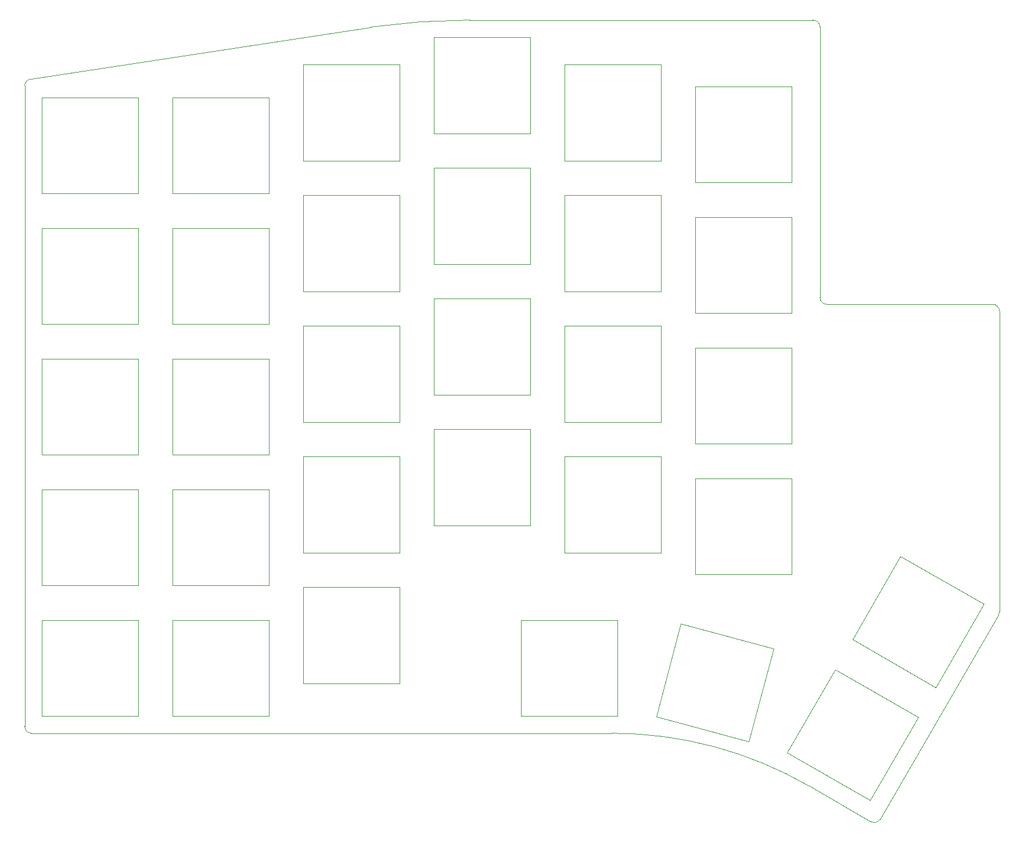
<source format=gbr>
G04 #@! TF.GenerationSoftware,KiCad,Pcbnew,(5.1.6)-1*
G04 #@! TF.CreationDate,2020-10-24T16:38:59+08:00*
G04 #@! TF.ProjectId,Cantaloupe_Plate,43616e74-616c-46f7-9570-655f506c6174,rev?*
G04 #@! TF.SameCoordinates,Original*
G04 #@! TF.FileFunction,Profile,NP*
%FSLAX46Y46*%
G04 Gerber Fmt 4.6, Leading zero omitted, Abs format (unit mm)*
G04 Created by KiCad (PCBNEW (5.1.6)-1) date 2020-10-24 16:38:59*
%MOMM*%
%LPD*%
G01*
G04 APERTURE LIST*
G04 #@! TA.AperFunction,Profile*
%ADD10C,0.100000*%
G04 #@! TD*
G04 #@! TA.AperFunction,Profile*
%ADD11C,0.010000*%
G04 #@! TD*
G04 APERTURE END LIST*
D10*
X280832499Y-136525048D02*
X196262499Y-136525048D01*
X309558772Y-144201473D02*
G75*
G03*
X280832499Y-136525048I-28676273J-49723575D01*
G01*
X245712142Y-33556686D02*
G75*
G02*
X260188449Y-32543749I14476307J-102937063D01*
G01*
X318589299Y-149409775D02*
X309558772Y-144201473D01*
X260188449Y-32543749D02*
X310182500Y-32543799D01*
X196111473Y-41145343D02*
X245712142Y-33556686D01*
X312182499Y-73987548D02*
G75*
G02*
X311182500Y-72987549I0J999999D01*
G01*
X319955325Y-149043749D02*
G75*
G02*
X318589300Y-149409776I-866026J499999D01*
G01*
X337208042Y-119295073D02*
X319955325Y-149043749D01*
X337343501Y-74987548D02*
X337343500Y-118792514D01*
X336343500Y-73987549D02*
G75*
G02*
X337343501Y-74987548I1J-1000000D01*
G01*
X310182500Y-32543799D02*
G75*
G02*
X311182547Y-33543894I-2J-1000049D01*
G01*
X196262499Y-136525048D02*
G75*
G02*
X195262500Y-135525049I0J999999D01*
G01*
X312182499Y-73987548D02*
X336343500Y-73987549D01*
X311182547Y-33543894D02*
X311182500Y-72987549D01*
X195262500Y-135525049D02*
X195262500Y-42133874D01*
X337343499Y-118792514D02*
G75*
G02*
X337208042Y-119295073I-999999J0D01*
G01*
X195262500Y-42133874D02*
G75*
G02*
X196111473Y-41145343I1000000J1D01*
G01*
D11*
X306394072Y-139324676D02*
X313394072Y-127200320D01*
X313394072Y-127200320D02*
X325518428Y-134200320D01*
X325518428Y-134200320D02*
X318518428Y-146324676D01*
X306394072Y-139324676D02*
X318518428Y-146324676D01*
X287290173Y-134099000D02*
X290913640Y-120576039D01*
X290913640Y-120576039D02*
X304436601Y-124199506D01*
X304436601Y-124199506D02*
X300813134Y-137722467D01*
X287290173Y-134099000D02*
X300813134Y-137722467D01*
X293037500Y-113362500D02*
X293037500Y-99362500D01*
X293037500Y-99362500D02*
X307037500Y-99362500D01*
X307037500Y-99362500D02*
X307037500Y-113362500D01*
X293037500Y-113362500D02*
X307037500Y-113362500D01*
X235887500Y-53037501D02*
X235887500Y-39037501D01*
X235887500Y-39037501D02*
X249887500Y-39037501D01*
X249887500Y-39037501D02*
X249887500Y-53037501D01*
X235887500Y-53037501D02*
X249887500Y-53037501D01*
X235887501Y-129237500D02*
X235887501Y-115237500D01*
X235887501Y-115237500D02*
X249887501Y-115237500D01*
X249887501Y-115237500D02*
X249887501Y-129237500D01*
X235887501Y-129237500D02*
X249887501Y-129237500D01*
X315919072Y-122826887D02*
X322919072Y-110702531D01*
X322919072Y-110702531D02*
X335043428Y-117702531D01*
X335043428Y-117702531D02*
X328043428Y-129826887D01*
X315919072Y-122826887D02*
X328043428Y-129826887D01*
X273987500Y-110187499D02*
X273987500Y-96187499D01*
X273987500Y-96187499D02*
X287987500Y-96187499D01*
X287987500Y-96187499D02*
X287987500Y-110187499D01*
X273987500Y-110187499D02*
X287987500Y-110187499D01*
X293037498Y-94312500D02*
X293037498Y-80312500D01*
X293037498Y-80312500D02*
X307037498Y-80312500D01*
X307037498Y-80312500D02*
X307037498Y-94312500D01*
X293037498Y-94312500D02*
X307037498Y-94312500D01*
X293037500Y-75262501D02*
X293037500Y-61262501D01*
X293037500Y-61262501D02*
X307037500Y-61262501D01*
X307037500Y-61262501D02*
X307037500Y-75262501D01*
X293037500Y-75262501D02*
X307037500Y-75262501D01*
X273987500Y-91137499D02*
X273987500Y-77137499D01*
X273987500Y-77137499D02*
X287987500Y-77137499D01*
X287987500Y-77137499D02*
X287987500Y-91137499D01*
X273987500Y-91137499D02*
X287987500Y-91137499D01*
X197787500Y-57800000D02*
X197787500Y-43800000D01*
X197787500Y-43800000D02*
X211787500Y-43800000D01*
X211787500Y-43800000D02*
X211787500Y-57800000D01*
X197787500Y-57800000D02*
X211787500Y-57800000D01*
X293037501Y-56212500D02*
X293037501Y-42212500D01*
X293037501Y-42212500D02*
X307037501Y-42212500D01*
X307037501Y-42212500D02*
X307037501Y-56212500D01*
X293037501Y-56212500D02*
X307037501Y-56212500D01*
X273987499Y-72087500D02*
X273987499Y-58087500D01*
X273987499Y-58087500D02*
X287987499Y-58087500D01*
X287987499Y-58087500D02*
X287987499Y-72087500D01*
X273987499Y-72087500D02*
X287987499Y-72087500D01*
X273987499Y-53037500D02*
X273987499Y-39037500D01*
X273987499Y-39037500D02*
X287987499Y-39037500D01*
X287987499Y-39037500D02*
X287987499Y-53037500D01*
X273987499Y-53037500D02*
X287987499Y-53037500D01*
X267637500Y-134000000D02*
X267637500Y-120000000D01*
X267637500Y-120000000D02*
X281637500Y-120000000D01*
X281637500Y-120000000D02*
X281637500Y-134000000D01*
X267637500Y-134000000D02*
X281637500Y-134000000D01*
X254937501Y-106218750D02*
X254937501Y-92218750D01*
X254937501Y-92218750D02*
X268937501Y-92218750D01*
X268937501Y-92218750D02*
X268937501Y-106218750D01*
X254937501Y-106218750D02*
X268937501Y-106218750D01*
X254937501Y-87168749D02*
X254937501Y-73168749D01*
X254937501Y-73168749D02*
X268937501Y-73168749D01*
X268937501Y-73168749D02*
X268937501Y-87168749D01*
X254937501Y-87168749D02*
X268937501Y-87168749D01*
X254937500Y-68118751D02*
X254937500Y-54118751D01*
X254937500Y-54118751D02*
X268937500Y-54118751D01*
X268937500Y-54118751D02*
X268937500Y-68118751D01*
X254937500Y-68118751D02*
X268937500Y-68118751D01*
X254937501Y-49068750D02*
X254937501Y-35068750D01*
X254937501Y-35068750D02*
X268937501Y-35068750D01*
X268937501Y-35068750D02*
X268937501Y-49068750D01*
X254937501Y-49068750D02*
X268937501Y-49068750D01*
X235887500Y-110187499D02*
X235887500Y-96187499D01*
X235887500Y-96187499D02*
X249887500Y-96187499D01*
X249887500Y-96187499D02*
X249887500Y-110187499D01*
X235887500Y-110187499D02*
X249887500Y-110187499D01*
X235887500Y-91137499D02*
X235887500Y-77137499D01*
X235887500Y-77137499D02*
X249887500Y-77137499D01*
X249887500Y-77137499D02*
X249887500Y-91137499D01*
X235887500Y-91137499D02*
X249887500Y-91137499D01*
X235887500Y-72087501D02*
X235887500Y-58087501D01*
X235887500Y-58087501D02*
X249887500Y-58087501D01*
X249887500Y-58087501D02*
X249887500Y-72087501D01*
X235887500Y-72087501D02*
X249887500Y-72087501D01*
X216837499Y-134000002D02*
X216837499Y-120000002D01*
X216837499Y-120000002D02*
X230837499Y-120000002D01*
X230837499Y-120000002D02*
X230837499Y-134000002D01*
X216837499Y-134000002D02*
X230837499Y-134000002D01*
X216837499Y-114950000D02*
X216837499Y-100950000D01*
X216837499Y-100950000D02*
X230837499Y-100950000D01*
X230837499Y-100950000D02*
X230837499Y-114950000D01*
X216837499Y-114950000D02*
X230837499Y-114950000D01*
X216837501Y-95900000D02*
X216837501Y-81900000D01*
X216837501Y-81900000D02*
X230837501Y-81900000D01*
X230837501Y-81900000D02*
X230837501Y-95900000D01*
X216837501Y-95900000D02*
X230837501Y-95900000D01*
X216837499Y-76850000D02*
X216837499Y-62850000D01*
X216837499Y-62850000D02*
X230837499Y-62850000D01*
X230837499Y-62850000D02*
X230837499Y-76850000D01*
X216837499Y-76850000D02*
X230837499Y-76850000D01*
X216837500Y-57799999D02*
X216837500Y-43799999D01*
X216837500Y-43799999D02*
X230837500Y-43799999D01*
X230837500Y-43799999D02*
X230837500Y-57799999D01*
X216837500Y-57799999D02*
X230837500Y-57799999D01*
X197787501Y-133999999D02*
X197787501Y-119999999D01*
X197787501Y-119999999D02*
X211787501Y-119999999D01*
X211787501Y-119999999D02*
X211787501Y-133999999D01*
X197787501Y-133999999D02*
X211787501Y-133999999D01*
X197787501Y-114950000D02*
X197787501Y-100950000D01*
X197787501Y-100950000D02*
X211787501Y-100950000D01*
X211787501Y-100950000D02*
X211787501Y-114950000D01*
X197787501Y-114950000D02*
X211787501Y-114950000D01*
X197787501Y-95900000D02*
X197787501Y-81900000D01*
X197787501Y-81900000D02*
X211787501Y-81900000D01*
X211787501Y-81900000D02*
X211787501Y-95900000D01*
X197787501Y-95900000D02*
X211787501Y-95900000D01*
X197787500Y-76850001D02*
X197787500Y-62850001D01*
X197787500Y-62850001D02*
X211787500Y-62850001D01*
X211787500Y-62850001D02*
X211787500Y-76850001D01*
X197787500Y-76850001D02*
X211787500Y-76850001D01*
M02*

</source>
